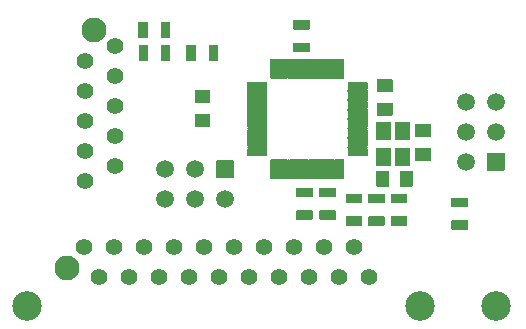
<source format=gbs>
G04 #@! TF.GenerationSoftware,KiCad,Pcbnew,(5.1.10-1-10_14)*
G04 #@! TF.CreationDate,2021-10-01T00:48:21-04:00*
G04 #@! TF.ProjectId,dashboard,64617368-626f-4617-9264-2e6b69636164,rev?*
G04 #@! TF.SameCoordinates,Original*
G04 #@! TF.FileFunction,Soldermask,Bot*
G04 #@! TF.FilePolarity,Negative*
%FSLAX46Y46*%
G04 Gerber Fmt 4.6, Leading zero omitted, Abs format (unit mm)*
G04 Created by KiCad (PCBNEW (5.1.10-1-10_14)) date 2021-10-01 00:48:21*
%MOMM*%
%LPD*%
G01*
G04 APERTURE LIST*
%ADD10C,1.402000*%
%ADD11C,2.102000*%
%ADD12C,1.502000*%
%ADD13C,2.502000*%
%ADD14C,0.100000*%
G04 APERTURE END LIST*
D10*
X50007520Y-47264320D03*
X50007520Y-44724320D03*
X50007520Y-42184320D03*
X50007520Y-49804320D03*
X47467520Y-43454320D03*
X47467520Y-45994320D03*
X47467520Y-48534320D03*
X47467520Y-51074320D03*
X50007520Y-52344320D03*
X47467520Y-53614320D03*
D11*
X48207520Y-40784320D03*
G36*
G01*
X71372140Y-45296760D02*
X71372140Y-45846760D01*
G75*
G02*
X71321140Y-45897760I-51000J0D01*
G01*
X69721140Y-45897760D01*
G75*
G02*
X69670140Y-45846760I0J51000D01*
G01*
X69670140Y-45296760D01*
G75*
G02*
X69721140Y-45245760I51000J0D01*
G01*
X71321140Y-45245760D01*
G75*
G02*
X71372140Y-45296760I0J-51000D01*
G01*
G37*
G36*
G01*
X71372140Y-46096760D02*
X71372140Y-46646760D01*
G75*
G02*
X71321140Y-46697760I-51000J0D01*
G01*
X69721140Y-46697760D01*
G75*
G02*
X69670140Y-46646760I0J51000D01*
G01*
X69670140Y-46096760D01*
G75*
G02*
X69721140Y-46045760I51000J0D01*
G01*
X71321140Y-46045760D01*
G75*
G02*
X71372140Y-46096760I0J-51000D01*
G01*
G37*
G36*
G01*
X71372140Y-46896760D02*
X71372140Y-47446760D01*
G75*
G02*
X71321140Y-47497760I-51000J0D01*
G01*
X69721140Y-47497760D01*
G75*
G02*
X69670140Y-47446760I0J51000D01*
G01*
X69670140Y-46896760D01*
G75*
G02*
X69721140Y-46845760I51000J0D01*
G01*
X71321140Y-46845760D01*
G75*
G02*
X71372140Y-46896760I0J-51000D01*
G01*
G37*
G36*
G01*
X71372140Y-47696760D02*
X71372140Y-48246760D01*
G75*
G02*
X71321140Y-48297760I-51000J0D01*
G01*
X69721140Y-48297760D01*
G75*
G02*
X69670140Y-48246760I0J51000D01*
G01*
X69670140Y-47696760D01*
G75*
G02*
X69721140Y-47645760I51000J0D01*
G01*
X71321140Y-47645760D01*
G75*
G02*
X71372140Y-47696760I0J-51000D01*
G01*
G37*
G36*
G01*
X71372140Y-48496760D02*
X71372140Y-49046760D01*
G75*
G02*
X71321140Y-49097760I-51000J0D01*
G01*
X69721140Y-49097760D01*
G75*
G02*
X69670140Y-49046760I0J51000D01*
G01*
X69670140Y-48496760D01*
G75*
G02*
X69721140Y-48445760I51000J0D01*
G01*
X71321140Y-48445760D01*
G75*
G02*
X71372140Y-48496760I0J-51000D01*
G01*
G37*
G36*
G01*
X71372140Y-49296760D02*
X71372140Y-49846760D01*
G75*
G02*
X71321140Y-49897760I-51000J0D01*
G01*
X69721140Y-49897760D01*
G75*
G02*
X69670140Y-49846760I0J51000D01*
G01*
X69670140Y-49296760D01*
G75*
G02*
X69721140Y-49245760I51000J0D01*
G01*
X71321140Y-49245760D01*
G75*
G02*
X71372140Y-49296760I0J-51000D01*
G01*
G37*
G36*
G01*
X71372140Y-50096760D02*
X71372140Y-50646760D01*
G75*
G02*
X71321140Y-50697760I-51000J0D01*
G01*
X69721140Y-50697760D01*
G75*
G02*
X69670140Y-50646760I0J51000D01*
G01*
X69670140Y-50096760D01*
G75*
G02*
X69721140Y-50045760I51000J0D01*
G01*
X71321140Y-50045760D01*
G75*
G02*
X71372140Y-50096760I0J-51000D01*
G01*
G37*
G36*
G01*
X71372140Y-50896760D02*
X71372140Y-51446760D01*
G75*
G02*
X71321140Y-51497760I-51000J0D01*
G01*
X69721140Y-51497760D01*
G75*
G02*
X69670140Y-51446760I0J51000D01*
G01*
X69670140Y-50896760D01*
G75*
G02*
X69721140Y-50845760I51000J0D01*
G01*
X71321140Y-50845760D01*
G75*
G02*
X71372140Y-50896760I0J-51000D01*
G01*
G37*
G36*
G01*
X69346140Y-53472760D02*
X68796140Y-53472760D01*
G75*
G02*
X68745140Y-53421760I0J51000D01*
G01*
X68745140Y-51821760D01*
G75*
G02*
X68796140Y-51770760I51000J0D01*
G01*
X69346140Y-51770760D01*
G75*
G02*
X69397140Y-51821760I0J-51000D01*
G01*
X69397140Y-53421760D01*
G75*
G02*
X69346140Y-53472760I-51000J0D01*
G01*
G37*
G36*
G01*
X68546140Y-53472760D02*
X67996140Y-53472760D01*
G75*
G02*
X67945140Y-53421760I0J51000D01*
G01*
X67945140Y-51821760D01*
G75*
G02*
X67996140Y-51770760I51000J0D01*
G01*
X68546140Y-51770760D01*
G75*
G02*
X68597140Y-51821760I0J-51000D01*
G01*
X68597140Y-53421760D01*
G75*
G02*
X68546140Y-53472760I-51000J0D01*
G01*
G37*
G36*
G01*
X67746140Y-53472760D02*
X67196140Y-53472760D01*
G75*
G02*
X67145140Y-53421760I0J51000D01*
G01*
X67145140Y-51821760D01*
G75*
G02*
X67196140Y-51770760I51000J0D01*
G01*
X67746140Y-51770760D01*
G75*
G02*
X67797140Y-51821760I0J-51000D01*
G01*
X67797140Y-53421760D01*
G75*
G02*
X67746140Y-53472760I-51000J0D01*
G01*
G37*
G36*
G01*
X66946140Y-53472760D02*
X66396140Y-53472760D01*
G75*
G02*
X66345140Y-53421760I0J51000D01*
G01*
X66345140Y-51821760D01*
G75*
G02*
X66396140Y-51770760I51000J0D01*
G01*
X66946140Y-51770760D01*
G75*
G02*
X66997140Y-51821760I0J-51000D01*
G01*
X66997140Y-53421760D01*
G75*
G02*
X66946140Y-53472760I-51000J0D01*
G01*
G37*
G36*
G01*
X66146140Y-53472760D02*
X65596140Y-53472760D01*
G75*
G02*
X65545140Y-53421760I0J51000D01*
G01*
X65545140Y-51821760D01*
G75*
G02*
X65596140Y-51770760I51000J0D01*
G01*
X66146140Y-51770760D01*
G75*
G02*
X66197140Y-51821760I0J-51000D01*
G01*
X66197140Y-53421760D01*
G75*
G02*
X66146140Y-53472760I-51000J0D01*
G01*
G37*
G36*
G01*
X65346140Y-53472760D02*
X64796140Y-53472760D01*
G75*
G02*
X64745140Y-53421760I0J51000D01*
G01*
X64745140Y-51821760D01*
G75*
G02*
X64796140Y-51770760I51000J0D01*
G01*
X65346140Y-51770760D01*
G75*
G02*
X65397140Y-51821760I0J-51000D01*
G01*
X65397140Y-53421760D01*
G75*
G02*
X65346140Y-53472760I-51000J0D01*
G01*
G37*
G36*
G01*
X64546140Y-53472760D02*
X63996140Y-53472760D01*
G75*
G02*
X63945140Y-53421760I0J51000D01*
G01*
X63945140Y-51821760D01*
G75*
G02*
X63996140Y-51770760I51000J0D01*
G01*
X64546140Y-51770760D01*
G75*
G02*
X64597140Y-51821760I0J-51000D01*
G01*
X64597140Y-53421760D01*
G75*
G02*
X64546140Y-53472760I-51000J0D01*
G01*
G37*
G36*
G01*
X63746140Y-53472760D02*
X63196140Y-53472760D01*
G75*
G02*
X63145140Y-53421760I0J51000D01*
G01*
X63145140Y-51821760D01*
G75*
G02*
X63196140Y-51770760I51000J0D01*
G01*
X63746140Y-51770760D01*
G75*
G02*
X63797140Y-51821760I0J-51000D01*
G01*
X63797140Y-53421760D01*
G75*
G02*
X63746140Y-53472760I-51000J0D01*
G01*
G37*
G36*
G01*
X62872140Y-50896760D02*
X62872140Y-51446760D01*
G75*
G02*
X62821140Y-51497760I-51000J0D01*
G01*
X61221140Y-51497760D01*
G75*
G02*
X61170140Y-51446760I0J51000D01*
G01*
X61170140Y-50896760D01*
G75*
G02*
X61221140Y-50845760I51000J0D01*
G01*
X62821140Y-50845760D01*
G75*
G02*
X62872140Y-50896760I0J-51000D01*
G01*
G37*
G36*
G01*
X62872140Y-50096760D02*
X62872140Y-50646760D01*
G75*
G02*
X62821140Y-50697760I-51000J0D01*
G01*
X61221140Y-50697760D01*
G75*
G02*
X61170140Y-50646760I0J51000D01*
G01*
X61170140Y-50096760D01*
G75*
G02*
X61221140Y-50045760I51000J0D01*
G01*
X62821140Y-50045760D01*
G75*
G02*
X62872140Y-50096760I0J-51000D01*
G01*
G37*
G36*
G01*
X62872140Y-49296760D02*
X62872140Y-49846760D01*
G75*
G02*
X62821140Y-49897760I-51000J0D01*
G01*
X61221140Y-49897760D01*
G75*
G02*
X61170140Y-49846760I0J51000D01*
G01*
X61170140Y-49296760D01*
G75*
G02*
X61221140Y-49245760I51000J0D01*
G01*
X62821140Y-49245760D01*
G75*
G02*
X62872140Y-49296760I0J-51000D01*
G01*
G37*
G36*
G01*
X62872140Y-48496760D02*
X62872140Y-49046760D01*
G75*
G02*
X62821140Y-49097760I-51000J0D01*
G01*
X61221140Y-49097760D01*
G75*
G02*
X61170140Y-49046760I0J51000D01*
G01*
X61170140Y-48496760D01*
G75*
G02*
X61221140Y-48445760I51000J0D01*
G01*
X62821140Y-48445760D01*
G75*
G02*
X62872140Y-48496760I0J-51000D01*
G01*
G37*
G36*
G01*
X62872140Y-47696760D02*
X62872140Y-48246760D01*
G75*
G02*
X62821140Y-48297760I-51000J0D01*
G01*
X61221140Y-48297760D01*
G75*
G02*
X61170140Y-48246760I0J51000D01*
G01*
X61170140Y-47696760D01*
G75*
G02*
X61221140Y-47645760I51000J0D01*
G01*
X62821140Y-47645760D01*
G75*
G02*
X62872140Y-47696760I0J-51000D01*
G01*
G37*
G36*
G01*
X62872140Y-46896760D02*
X62872140Y-47446760D01*
G75*
G02*
X62821140Y-47497760I-51000J0D01*
G01*
X61221140Y-47497760D01*
G75*
G02*
X61170140Y-47446760I0J51000D01*
G01*
X61170140Y-46896760D01*
G75*
G02*
X61221140Y-46845760I51000J0D01*
G01*
X62821140Y-46845760D01*
G75*
G02*
X62872140Y-46896760I0J-51000D01*
G01*
G37*
G36*
G01*
X62872140Y-46096760D02*
X62872140Y-46646760D01*
G75*
G02*
X62821140Y-46697760I-51000J0D01*
G01*
X61221140Y-46697760D01*
G75*
G02*
X61170140Y-46646760I0J51000D01*
G01*
X61170140Y-46096760D01*
G75*
G02*
X61221140Y-46045760I51000J0D01*
G01*
X62821140Y-46045760D01*
G75*
G02*
X62872140Y-46096760I0J-51000D01*
G01*
G37*
G36*
G01*
X62872140Y-45296760D02*
X62872140Y-45846760D01*
G75*
G02*
X62821140Y-45897760I-51000J0D01*
G01*
X61221140Y-45897760D01*
G75*
G02*
X61170140Y-45846760I0J51000D01*
G01*
X61170140Y-45296760D01*
G75*
G02*
X61221140Y-45245760I51000J0D01*
G01*
X62821140Y-45245760D01*
G75*
G02*
X62872140Y-45296760I0J-51000D01*
G01*
G37*
G36*
G01*
X63746140Y-44972760D02*
X63196140Y-44972760D01*
G75*
G02*
X63145140Y-44921760I0J51000D01*
G01*
X63145140Y-43321760D01*
G75*
G02*
X63196140Y-43270760I51000J0D01*
G01*
X63746140Y-43270760D01*
G75*
G02*
X63797140Y-43321760I0J-51000D01*
G01*
X63797140Y-44921760D01*
G75*
G02*
X63746140Y-44972760I-51000J0D01*
G01*
G37*
G36*
G01*
X64546140Y-44972760D02*
X63996140Y-44972760D01*
G75*
G02*
X63945140Y-44921760I0J51000D01*
G01*
X63945140Y-43321760D01*
G75*
G02*
X63996140Y-43270760I51000J0D01*
G01*
X64546140Y-43270760D01*
G75*
G02*
X64597140Y-43321760I0J-51000D01*
G01*
X64597140Y-44921760D01*
G75*
G02*
X64546140Y-44972760I-51000J0D01*
G01*
G37*
G36*
G01*
X65346140Y-44972760D02*
X64796140Y-44972760D01*
G75*
G02*
X64745140Y-44921760I0J51000D01*
G01*
X64745140Y-43321760D01*
G75*
G02*
X64796140Y-43270760I51000J0D01*
G01*
X65346140Y-43270760D01*
G75*
G02*
X65397140Y-43321760I0J-51000D01*
G01*
X65397140Y-44921760D01*
G75*
G02*
X65346140Y-44972760I-51000J0D01*
G01*
G37*
G36*
G01*
X66146140Y-44972760D02*
X65596140Y-44972760D01*
G75*
G02*
X65545140Y-44921760I0J51000D01*
G01*
X65545140Y-43321760D01*
G75*
G02*
X65596140Y-43270760I51000J0D01*
G01*
X66146140Y-43270760D01*
G75*
G02*
X66197140Y-43321760I0J-51000D01*
G01*
X66197140Y-44921760D01*
G75*
G02*
X66146140Y-44972760I-51000J0D01*
G01*
G37*
G36*
G01*
X66946140Y-44972760D02*
X66396140Y-44972760D01*
G75*
G02*
X66345140Y-44921760I0J51000D01*
G01*
X66345140Y-43321760D01*
G75*
G02*
X66396140Y-43270760I51000J0D01*
G01*
X66946140Y-43270760D01*
G75*
G02*
X66997140Y-43321760I0J-51000D01*
G01*
X66997140Y-44921760D01*
G75*
G02*
X66946140Y-44972760I-51000J0D01*
G01*
G37*
G36*
G01*
X67746140Y-44972760D02*
X67196140Y-44972760D01*
G75*
G02*
X67145140Y-44921760I0J51000D01*
G01*
X67145140Y-43321760D01*
G75*
G02*
X67196140Y-43270760I51000J0D01*
G01*
X67746140Y-43270760D01*
G75*
G02*
X67797140Y-43321760I0J-51000D01*
G01*
X67797140Y-44921760D01*
G75*
G02*
X67746140Y-44972760I-51000J0D01*
G01*
G37*
G36*
G01*
X68546140Y-44972760D02*
X67996140Y-44972760D01*
G75*
G02*
X67945140Y-44921760I0J51000D01*
G01*
X67945140Y-43321760D01*
G75*
G02*
X67996140Y-43270760I51000J0D01*
G01*
X68546140Y-43270760D01*
G75*
G02*
X68597140Y-43321760I0J-51000D01*
G01*
X68597140Y-44921760D01*
G75*
G02*
X68546140Y-44972760I-51000J0D01*
G01*
G37*
G36*
G01*
X69346140Y-44972760D02*
X68796140Y-44972760D01*
G75*
G02*
X68745140Y-44921760I0J51000D01*
G01*
X68745140Y-43321760D01*
G75*
G02*
X68796140Y-43270760I51000J0D01*
G01*
X69346140Y-43270760D01*
G75*
G02*
X69397140Y-43321760I0J-51000D01*
G01*
X69397140Y-44921760D01*
G75*
G02*
X69346140Y-44972760I-51000J0D01*
G01*
G37*
G36*
G01*
X65125839Y-39984960D02*
X66425841Y-39984960D01*
G75*
G02*
X66476840Y-40035959I0J-50999D01*
G01*
X66476840Y-40735961D01*
G75*
G02*
X66425841Y-40786960I-50999J0D01*
G01*
X65125839Y-40786960D01*
G75*
G02*
X65074840Y-40735961I0J50999D01*
G01*
X65074840Y-40035959D01*
G75*
G02*
X65125839Y-39984960I50999J0D01*
G01*
G37*
G36*
G01*
X65125839Y-41884960D02*
X66425841Y-41884960D01*
G75*
G02*
X66476840Y-41935959I0J-50999D01*
G01*
X66476840Y-42635961D01*
G75*
G02*
X66425841Y-42686960I-50999J0D01*
G01*
X65125839Y-42686960D01*
G75*
G02*
X65074840Y-42635961I0J50999D01*
G01*
X65074840Y-41935959D01*
G75*
G02*
X65125839Y-41884960I50999J0D01*
G01*
G37*
D12*
X79687420Y-46906180D03*
X82227420Y-46906180D03*
X79687420Y-49446180D03*
X82227420Y-49446180D03*
X79687420Y-51986180D03*
G36*
G01*
X82978420Y-51286180D02*
X82978420Y-52686180D01*
G75*
G02*
X82927420Y-52737180I-51000J0D01*
G01*
X81527420Y-52737180D01*
G75*
G02*
X81476420Y-52686180I0J51000D01*
G01*
X81476420Y-51286180D01*
G75*
G02*
X81527420Y-51235180I51000J0D01*
G01*
X82927420Y-51235180D01*
G75*
G02*
X82978420Y-51286180I0J-51000D01*
G01*
G37*
D10*
X52400200Y-59199780D03*
X49860200Y-59199780D03*
X47320200Y-59199780D03*
X54940200Y-59199780D03*
X48590200Y-61739780D03*
X51130200Y-61739780D03*
X53670200Y-61739780D03*
X56210200Y-61739780D03*
X57480200Y-59199780D03*
X58750200Y-61739780D03*
X60020200Y-59199780D03*
X61290200Y-61739780D03*
X62560200Y-59199780D03*
X63830200Y-61739780D03*
X65100200Y-59199780D03*
X66370200Y-61739780D03*
X67640200Y-59199780D03*
X68910200Y-61739780D03*
X70180200Y-59199780D03*
X71450200Y-61739780D03*
D11*
X45920200Y-60999780D03*
G36*
G01*
X56768840Y-45906360D02*
X58018840Y-45906360D01*
G75*
G02*
X58069840Y-45957360I0J-51000D01*
G01*
X58069840Y-46957360D01*
G75*
G02*
X58018840Y-47008360I-51000J0D01*
G01*
X56768840Y-47008360D01*
G75*
G02*
X56717840Y-46957360I0J51000D01*
G01*
X56717840Y-45957360D01*
G75*
G02*
X56768840Y-45906360I51000J0D01*
G01*
G37*
G36*
G01*
X56768840Y-47906360D02*
X58018840Y-47906360D01*
G75*
G02*
X58069840Y-47957360I0J-51000D01*
G01*
X58069840Y-48957360D01*
G75*
G02*
X58018840Y-49008360I-51000J0D01*
G01*
X56768840Y-49008360D01*
G75*
G02*
X56717840Y-48957360I0J51000D01*
G01*
X56717840Y-47957360D01*
G75*
G02*
X56768840Y-47906360I51000J0D01*
G01*
G37*
G36*
G01*
X72763141Y-55506260D02*
X71463139Y-55506260D01*
G75*
G02*
X71412140Y-55455261I0J50999D01*
G01*
X71412140Y-54755259D01*
G75*
G02*
X71463139Y-54704260I50999J0D01*
G01*
X72763141Y-54704260D01*
G75*
G02*
X72814140Y-54755259I0J-50999D01*
G01*
X72814140Y-55455261D01*
G75*
G02*
X72763141Y-55506260I-50999J0D01*
G01*
G37*
G36*
G01*
X72763141Y-57406260D02*
X71463139Y-57406260D01*
G75*
G02*
X71412140Y-57355261I0J50999D01*
G01*
X71412140Y-56655259D01*
G75*
G02*
X71463139Y-56604260I50999J0D01*
G01*
X72763141Y-56604260D01*
G75*
G02*
X72814140Y-56655259I0J-50999D01*
G01*
X72814140Y-57355261D01*
G75*
G02*
X72763141Y-57406260I-50999J0D01*
G01*
G37*
G36*
G01*
X78524339Y-55034460D02*
X79824341Y-55034460D01*
G75*
G02*
X79875340Y-55085459I0J-50999D01*
G01*
X79875340Y-55785461D01*
G75*
G02*
X79824341Y-55836460I-50999J0D01*
G01*
X78524339Y-55836460D01*
G75*
G02*
X78473340Y-55785461I0J50999D01*
G01*
X78473340Y-55085459D01*
G75*
G02*
X78524339Y-55034460I50999J0D01*
G01*
G37*
G36*
G01*
X78524339Y-56934460D02*
X79824341Y-56934460D01*
G75*
G02*
X79875340Y-56985459I0J-50999D01*
G01*
X79875340Y-57685461D01*
G75*
G02*
X79824341Y-57736460I-50999J0D01*
G01*
X78524339Y-57736460D01*
G75*
G02*
X78473340Y-57685461I0J50999D01*
G01*
X78473340Y-56985459D01*
G75*
G02*
X78524339Y-56934460I50999J0D01*
G01*
G37*
G36*
G01*
X51978840Y-43433761D02*
X51978840Y-42133759D01*
G75*
G02*
X52029839Y-42082760I50999J0D01*
G01*
X52729841Y-42082760D01*
G75*
G02*
X52780840Y-42133759I0J-50999D01*
G01*
X52780840Y-43433761D01*
G75*
G02*
X52729841Y-43484760I-50999J0D01*
G01*
X52029839Y-43484760D01*
G75*
G02*
X51978840Y-43433761I0J50999D01*
G01*
G37*
G36*
G01*
X53878840Y-43433761D02*
X53878840Y-42133759D01*
G75*
G02*
X53929839Y-42082760I50999J0D01*
G01*
X54629841Y-42082760D01*
G75*
G02*
X54680840Y-42133759I0J-50999D01*
G01*
X54680840Y-43433761D01*
G75*
G02*
X54629841Y-43484760I-50999J0D01*
G01*
X53929839Y-43484760D01*
G75*
G02*
X53878840Y-43433761I0J50999D01*
G01*
G37*
G36*
G01*
X73449340Y-46093960D02*
X72199340Y-46093960D01*
G75*
G02*
X72148340Y-46042960I0J51000D01*
G01*
X72148340Y-45042960D01*
G75*
G02*
X72199340Y-44991960I51000J0D01*
G01*
X73449340Y-44991960D01*
G75*
G02*
X73500340Y-45042960I0J-51000D01*
G01*
X73500340Y-46042960D01*
G75*
G02*
X73449340Y-46093960I-51000J0D01*
G01*
G37*
G36*
G01*
X73449340Y-48093960D02*
X72199340Y-48093960D01*
G75*
G02*
X72148340Y-48042960I0J51000D01*
G01*
X72148340Y-47042960D01*
G75*
G02*
X72199340Y-46991960I51000J0D01*
G01*
X73449340Y-46991960D01*
G75*
G02*
X73500340Y-47042960I0J-51000D01*
G01*
X73500340Y-48042960D01*
G75*
G02*
X73449340Y-48093960I-51000J0D01*
G01*
G37*
G36*
G01*
X75450540Y-50801960D02*
X76700540Y-50801960D01*
G75*
G02*
X76751540Y-50852960I0J-51000D01*
G01*
X76751540Y-51852960D01*
G75*
G02*
X76700540Y-51903960I-51000J0D01*
G01*
X75450540Y-51903960D01*
G75*
G02*
X75399540Y-51852960I0J51000D01*
G01*
X75399540Y-50852960D01*
G75*
G02*
X75450540Y-50801960I51000J0D01*
G01*
G37*
G36*
G01*
X75450540Y-48801960D02*
X76700540Y-48801960D01*
G75*
G02*
X76751540Y-48852960I0J-51000D01*
G01*
X76751540Y-49852960D01*
G75*
G02*
X76700540Y-49903960I-51000J0D01*
G01*
X75450540Y-49903960D01*
G75*
G02*
X75399540Y-49852960I0J51000D01*
G01*
X75399540Y-48852960D01*
G75*
G02*
X75450540Y-48801960I51000J0D01*
G01*
G37*
G36*
G01*
X72098840Y-54025960D02*
X72098840Y-52775960D01*
G75*
G02*
X72149840Y-52724960I51000J0D01*
G01*
X73149840Y-52724960D01*
G75*
G02*
X73200840Y-52775960I0J-51000D01*
G01*
X73200840Y-54025960D01*
G75*
G02*
X73149840Y-54076960I-51000J0D01*
G01*
X72149840Y-54076960D01*
G75*
G02*
X72098840Y-54025960I0J51000D01*
G01*
G37*
G36*
G01*
X74098840Y-54025960D02*
X74098840Y-52775960D01*
G75*
G02*
X74149840Y-52724960I51000J0D01*
G01*
X75149840Y-52724960D01*
G75*
G02*
X75200840Y-52775960I0J-51000D01*
G01*
X75200840Y-54025960D01*
G75*
G02*
X75149840Y-54076960I-51000J0D01*
G01*
X74149840Y-54076960D01*
G75*
G02*
X74098840Y-54025960I0J51000D01*
G01*
G37*
G36*
G01*
X58611540Y-51875260D02*
X60011540Y-51875260D01*
G75*
G02*
X60062540Y-51926260I0J-51000D01*
G01*
X60062540Y-53326260D01*
G75*
G02*
X60011540Y-53377260I-51000J0D01*
G01*
X58611540Y-53377260D01*
G75*
G02*
X58560540Y-53326260I0J51000D01*
G01*
X58560540Y-51926260D01*
G75*
G02*
X58611540Y-51875260I51000J0D01*
G01*
G37*
D12*
X59311540Y-55166260D03*
X56771540Y-52626260D03*
X56771540Y-55166260D03*
X54231540Y-52626260D03*
X54231540Y-55166260D03*
G36*
G01*
X53840740Y-41465261D02*
X53840740Y-40165259D01*
G75*
G02*
X53891739Y-40114260I50999J0D01*
G01*
X54591741Y-40114260D01*
G75*
G02*
X54642740Y-40165259I0J-50999D01*
G01*
X54642740Y-41465261D01*
G75*
G02*
X54591741Y-41516260I-50999J0D01*
G01*
X53891739Y-41516260D01*
G75*
G02*
X53840740Y-41465261I0J50999D01*
G01*
G37*
G36*
G01*
X51940740Y-41465261D02*
X51940740Y-40165259D01*
G75*
G02*
X51991739Y-40114260I50999J0D01*
G01*
X52691741Y-40114260D01*
G75*
G02*
X52742740Y-40165259I0J-50999D01*
G01*
X52742740Y-41465261D01*
G75*
G02*
X52691741Y-41516260I-50999J0D01*
G01*
X51991739Y-41516260D01*
G75*
G02*
X51940740Y-41465261I0J50999D01*
G01*
G37*
G36*
G01*
X58732140Y-42133759D02*
X58732140Y-43433761D01*
G75*
G02*
X58681141Y-43484760I-50999J0D01*
G01*
X57981139Y-43484760D01*
G75*
G02*
X57930140Y-43433761I0J50999D01*
G01*
X57930140Y-42133759D01*
G75*
G02*
X57981139Y-42082760I50999J0D01*
G01*
X58681141Y-42082760D01*
G75*
G02*
X58732140Y-42133759I0J-50999D01*
G01*
G37*
G36*
G01*
X56832140Y-42133759D02*
X56832140Y-43433761D01*
G75*
G02*
X56781141Y-43484760I-50999J0D01*
G01*
X56081139Y-43484760D01*
G75*
G02*
X56030140Y-43433761I0J50999D01*
G01*
X56030140Y-42133759D01*
G75*
G02*
X56081139Y-42082760I50999J0D01*
G01*
X56781141Y-42082760D01*
G75*
G02*
X56832140Y-42133759I0J-50999D01*
G01*
G37*
G36*
G01*
X74668141Y-55506260D02*
X73368139Y-55506260D01*
G75*
G02*
X73317140Y-55455261I0J50999D01*
G01*
X73317140Y-54755259D01*
G75*
G02*
X73368139Y-54704260I50999J0D01*
G01*
X74668141Y-54704260D01*
G75*
G02*
X74719140Y-54755259I0J-50999D01*
G01*
X74719140Y-55455261D01*
G75*
G02*
X74668141Y-55506260I-50999J0D01*
G01*
G37*
G36*
G01*
X74668141Y-57406260D02*
X73368139Y-57406260D01*
G75*
G02*
X73317140Y-57355261I0J50999D01*
G01*
X73317140Y-56655259D01*
G75*
G02*
X73368139Y-56604260I50999J0D01*
G01*
X74668141Y-56604260D01*
G75*
G02*
X74719140Y-56655259I0J-50999D01*
G01*
X74719140Y-57355261D01*
G75*
G02*
X74668141Y-57406260I-50999J0D01*
G01*
G37*
G36*
G01*
X70858141Y-55506260D02*
X69558139Y-55506260D01*
G75*
G02*
X69507140Y-55455261I0J50999D01*
G01*
X69507140Y-54755259D01*
G75*
G02*
X69558139Y-54704260I50999J0D01*
G01*
X70858141Y-54704260D01*
G75*
G02*
X70909140Y-54755259I0J-50999D01*
G01*
X70909140Y-55455261D01*
G75*
G02*
X70858141Y-55506260I-50999J0D01*
G01*
G37*
G36*
G01*
X70858141Y-57406260D02*
X69558139Y-57406260D01*
G75*
G02*
X69507140Y-57355261I0J50999D01*
G01*
X69507140Y-56655259D01*
G75*
G02*
X69558139Y-56604260I50999J0D01*
G01*
X70858141Y-56604260D01*
G75*
G02*
X70909140Y-56655259I0J-50999D01*
G01*
X70909140Y-57355261D01*
G75*
G02*
X70858141Y-57406260I-50999J0D01*
G01*
G37*
G36*
G01*
X66667141Y-54998260D02*
X65367139Y-54998260D01*
G75*
G02*
X65316140Y-54947261I0J50999D01*
G01*
X65316140Y-54247259D01*
G75*
G02*
X65367139Y-54196260I50999J0D01*
G01*
X66667141Y-54196260D01*
G75*
G02*
X66718140Y-54247259I0J-50999D01*
G01*
X66718140Y-54947261D01*
G75*
G02*
X66667141Y-54998260I-50999J0D01*
G01*
G37*
G36*
G01*
X66667141Y-56898260D02*
X65367139Y-56898260D01*
G75*
G02*
X65316140Y-56847261I0J50999D01*
G01*
X65316140Y-56147259D01*
G75*
G02*
X65367139Y-56096260I50999J0D01*
G01*
X66667141Y-56096260D01*
G75*
G02*
X66718140Y-56147259I0J-50999D01*
G01*
X66718140Y-56847261D01*
G75*
G02*
X66667141Y-56898260I-50999J0D01*
G01*
G37*
G36*
G01*
X68635641Y-56898260D02*
X67335639Y-56898260D01*
G75*
G02*
X67284640Y-56847261I0J50999D01*
G01*
X67284640Y-56147259D01*
G75*
G02*
X67335639Y-56096260I50999J0D01*
G01*
X68635641Y-56096260D01*
G75*
G02*
X68686640Y-56147259I0J-50999D01*
G01*
X68686640Y-56847261D01*
G75*
G02*
X68635641Y-56898260I-50999J0D01*
G01*
G37*
G36*
G01*
X68635641Y-54998260D02*
X67335639Y-54998260D01*
G75*
G02*
X67284640Y-54947261I0J50999D01*
G01*
X67284640Y-54247259D01*
G75*
G02*
X67335639Y-54196260I50999J0D01*
G01*
X68635641Y-54196260D01*
G75*
G02*
X68686640Y-54247259I0J-50999D01*
G01*
X68686640Y-54947261D01*
G75*
G02*
X68635641Y-54998260I-50999J0D01*
G01*
G37*
G36*
G01*
X73722839Y-48616260D02*
X74922841Y-48616260D01*
G75*
G02*
X74973840Y-48667259I0J-50999D01*
G01*
X74973840Y-50067261D01*
G75*
G02*
X74922841Y-50118260I-50999J0D01*
G01*
X73722839Y-50118260D01*
G75*
G02*
X73671840Y-50067261I0J50999D01*
G01*
X73671840Y-48667259D01*
G75*
G02*
X73722839Y-48616260I50999J0D01*
G01*
G37*
G36*
G01*
X73722839Y-50816260D02*
X74922841Y-50816260D01*
G75*
G02*
X74973840Y-50867259I0J-50999D01*
G01*
X74973840Y-52267261D01*
G75*
G02*
X74922841Y-52318260I-50999J0D01*
G01*
X73722839Y-52318260D01*
G75*
G02*
X73671840Y-52267261I0J50999D01*
G01*
X73671840Y-50867259D01*
G75*
G02*
X73722839Y-50816260I50999J0D01*
G01*
G37*
G36*
G01*
X72122839Y-50816260D02*
X73322841Y-50816260D01*
G75*
G02*
X73373840Y-50867259I0J-50999D01*
G01*
X73373840Y-52267261D01*
G75*
G02*
X73322841Y-52318260I-50999J0D01*
G01*
X72122839Y-52318260D01*
G75*
G02*
X72071840Y-52267261I0J50999D01*
G01*
X72071840Y-50867259D01*
G75*
G02*
X72122839Y-50816260I50999J0D01*
G01*
G37*
G36*
G01*
X72122839Y-48616260D02*
X73322841Y-48616260D01*
G75*
G02*
X73373840Y-48667259I0J-50999D01*
G01*
X73373840Y-50067261D01*
G75*
G02*
X73322841Y-50118260I-50999J0D01*
G01*
X72122839Y-50118260D01*
G75*
G02*
X72071840Y-50067261I0J50999D01*
G01*
X72071840Y-48667259D01*
G75*
G02*
X72122839Y-48616260I50999J0D01*
G01*
G37*
D13*
X42560240Y-64170560D03*
X75839320Y-64226440D03*
X82222340Y-64195960D03*
D14*
G36*
X68746872Y-51769760D02*
G01*
X68747140Y-51770760D01*
X68747140Y-53472760D01*
X68746140Y-53474492D01*
X68745140Y-53474760D01*
X68597140Y-53474760D01*
X68595408Y-53473760D01*
X68595140Y-53472760D01*
X68595140Y-51770760D01*
X68596140Y-51769028D01*
X68597140Y-51768760D01*
X68745140Y-51768760D01*
X68746872Y-51769760D01*
G37*
G36*
X67946872Y-51769760D02*
G01*
X67947140Y-51770760D01*
X67947140Y-53472760D01*
X67946140Y-53474492D01*
X67945140Y-53474760D01*
X67797140Y-53474760D01*
X67795408Y-53473760D01*
X67795140Y-53472760D01*
X67795140Y-51770760D01*
X67796140Y-51769028D01*
X67797140Y-51768760D01*
X67945140Y-51768760D01*
X67946872Y-51769760D01*
G37*
G36*
X67146872Y-51769760D02*
G01*
X67147140Y-51770760D01*
X67147140Y-53472760D01*
X67146140Y-53474492D01*
X67145140Y-53474760D01*
X66997140Y-53474760D01*
X66995408Y-53473760D01*
X66995140Y-53472760D01*
X66995140Y-51770760D01*
X66996140Y-51769028D01*
X66997140Y-51768760D01*
X67145140Y-51768760D01*
X67146872Y-51769760D01*
G37*
G36*
X66346872Y-51769760D02*
G01*
X66347140Y-51770760D01*
X66347140Y-53472760D01*
X66346140Y-53474492D01*
X66345140Y-53474760D01*
X66197140Y-53474760D01*
X66195408Y-53473760D01*
X66195140Y-53472760D01*
X66195140Y-51770760D01*
X66196140Y-51769028D01*
X66197140Y-51768760D01*
X66345140Y-51768760D01*
X66346872Y-51769760D01*
G37*
G36*
X65546872Y-51769760D02*
G01*
X65547140Y-51770760D01*
X65547140Y-53472760D01*
X65546140Y-53474492D01*
X65545140Y-53474760D01*
X65397140Y-53474760D01*
X65395408Y-53473760D01*
X65395140Y-53472760D01*
X65395140Y-51770760D01*
X65396140Y-51769028D01*
X65397140Y-51768760D01*
X65545140Y-51768760D01*
X65546872Y-51769760D01*
G37*
G36*
X64746872Y-51769760D02*
G01*
X64747140Y-51770760D01*
X64747140Y-53472760D01*
X64746140Y-53474492D01*
X64745140Y-53474760D01*
X64597140Y-53474760D01*
X64595408Y-53473760D01*
X64595140Y-53472760D01*
X64595140Y-51770760D01*
X64596140Y-51769028D01*
X64597140Y-51768760D01*
X64745140Y-51768760D01*
X64746872Y-51769760D01*
G37*
G36*
X63946872Y-51769760D02*
G01*
X63947140Y-51770760D01*
X63947140Y-53472760D01*
X63946140Y-53474492D01*
X63945140Y-53474760D01*
X63797140Y-53474760D01*
X63795408Y-53473760D01*
X63795140Y-53472760D01*
X63795140Y-51770760D01*
X63796140Y-51769028D01*
X63797140Y-51768760D01*
X63945140Y-51768760D01*
X63946872Y-51769760D01*
G37*
G36*
X71373872Y-50696760D02*
G01*
X71374140Y-50697760D01*
X71374140Y-50845760D01*
X71373140Y-50847492D01*
X71372140Y-50847760D01*
X69670140Y-50847760D01*
X69668408Y-50846760D01*
X69668140Y-50845760D01*
X69668140Y-50697760D01*
X69669140Y-50696028D01*
X69670140Y-50695760D01*
X71372140Y-50695760D01*
X71373872Y-50696760D01*
G37*
G36*
X62873872Y-50696760D02*
G01*
X62874140Y-50697760D01*
X62874140Y-50845760D01*
X62873140Y-50847492D01*
X62872140Y-50847760D01*
X61170140Y-50847760D01*
X61168408Y-50846760D01*
X61168140Y-50845760D01*
X61168140Y-50697760D01*
X61169140Y-50696028D01*
X61170140Y-50695760D01*
X62872140Y-50695760D01*
X62873872Y-50696760D01*
G37*
G36*
X71373872Y-49896760D02*
G01*
X71374140Y-49897760D01*
X71374140Y-50045760D01*
X71373140Y-50047492D01*
X71372140Y-50047760D01*
X69670140Y-50047760D01*
X69668408Y-50046760D01*
X69668140Y-50045760D01*
X69668140Y-49897760D01*
X69669140Y-49896028D01*
X69670140Y-49895760D01*
X71372140Y-49895760D01*
X71373872Y-49896760D01*
G37*
G36*
X62873872Y-49896760D02*
G01*
X62874140Y-49897760D01*
X62874140Y-50045760D01*
X62873140Y-50047492D01*
X62872140Y-50047760D01*
X61170140Y-50047760D01*
X61168408Y-50046760D01*
X61168140Y-50045760D01*
X61168140Y-49897760D01*
X61169140Y-49896028D01*
X61170140Y-49895760D01*
X62872140Y-49895760D01*
X62873872Y-49896760D01*
G37*
G36*
X71373872Y-49096760D02*
G01*
X71374140Y-49097760D01*
X71374140Y-49245760D01*
X71373140Y-49247492D01*
X71372140Y-49247760D01*
X69670140Y-49247760D01*
X69668408Y-49246760D01*
X69668140Y-49245760D01*
X69668140Y-49097760D01*
X69669140Y-49096028D01*
X69670140Y-49095760D01*
X71372140Y-49095760D01*
X71373872Y-49096760D01*
G37*
G36*
X62873872Y-49096760D02*
G01*
X62874140Y-49097760D01*
X62874140Y-49245760D01*
X62873140Y-49247492D01*
X62872140Y-49247760D01*
X61170140Y-49247760D01*
X61168408Y-49246760D01*
X61168140Y-49245760D01*
X61168140Y-49097760D01*
X61169140Y-49096028D01*
X61170140Y-49095760D01*
X62872140Y-49095760D01*
X62873872Y-49096760D01*
G37*
G36*
X71373872Y-48296760D02*
G01*
X71374140Y-48297760D01*
X71374140Y-48445760D01*
X71373140Y-48447492D01*
X71372140Y-48447760D01*
X69670140Y-48447760D01*
X69668408Y-48446760D01*
X69668140Y-48445760D01*
X69668140Y-48297760D01*
X69669140Y-48296028D01*
X69670140Y-48295760D01*
X71372140Y-48295760D01*
X71373872Y-48296760D01*
G37*
G36*
X62873872Y-48296760D02*
G01*
X62874140Y-48297760D01*
X62874140Y-48445760D01*
X62873140Y-48447492D01*
X62872140Y-48447760D01*
X61170140Y-48447760D01*
X61168408Y-48446760D01*
X61168140Y-48445760D01*
X61168140Y-48297760D01*
X61169140Y-48296028D01*
X61170140Y-48295760D01*
X62872140Y-48295760D01*
X62873872Y-48296760D01*
G37*
G36*
X71373872Y-47496760D02*
G01*
X71374140Y-47497760D01*
X71374140Y-47645760D01*
X71373140Y-47647492D01*
X71372140Y-47647760D01*
X69670140Y-47647760D01*
X69668408Y-47646760D01*
X69668140Y-47645760D01*
X69668140Y-47497760D01*
X69669140Y-47496028D01*
X69670140Y-47495760D01*
X71372140Y-47495760D01*
X71373872Y-47496760D01*
G37*
G36*
X62873872Y-47496760D02*
G01*
X62874140Y-47497760D01*
X62874140Y-47645760D01*
X62873140Y-47647492D01*
X62872140Y-47647760D01*
X61170140Y-47647760D01*
X61168408Y-47646760D01*
X61168140Y-47645760D01*
X61168140Y-47497760D01*
X61169140Y-47496028D01*
X61170140Y-47495760D01*
X62872140Y-47495760D01*
X62873872Y-47496760D01*
G37*
G36*
X62873872Y-46696760D02*
G01*
X62874140Y-46697760D01*
X62874140Y-46845760D01*
X62873140Y-46847492D01*
X62872140Y-46847760D01*
X61170140Y-46847760D01*
X61168408Y-46846760D01*
X61168140Y-46845760D01*
X61168140Y-46697760D01*
X61169140Y-46696028D01*
X61170140Y-46695760D01*
X62872140Y-46695760D01*
X62873872Y-46696760D01*
G37*
G36*
X71373872Y-46696760D02*
G01*
X71374140Y-46697760D01*
X71374140Y-46845760D01*
X71373140Y-46847492D01*
X71372140Y-46847760D01*
X69670140Y-46847760D01*
X69668408Y-46846760D01*
X69668140Y-46845760D01*
X69668140Y-46697760D01*
X69669140Y-46696028D01*
X69670140Y-46695760D01*
X71372140Y-46695760D01*
X71373872Y-46696760D01*
G37*
G36*
X62873872Y-45896760D02*
G01*
X62874140Y-45897760D01*
X62874140Y-46045760D01*
X62873140Y-46047492D01*
X62872140Y-46047760D01*
X61170140Y-46047760D01*
X61168408Y-46046760D01*
X61168140Y-46045760D01*
X61168140Y-45897760D01*
X61169140Y-45896028D01*
X61170140Y-45895760D01*
X62872140Y-45895760D01*
X62873872Y-45896760D01*
G37*
G36*
X71373872Y-45896760D02*
G01*
X71374140Y-45897760D01*
X71374140Y-46045760D01*
X71373140Y-46047492D01*
X71372140Y-46047760D01*
X69670140Y-46047760D01*
X69668408Y-46046760D01*
X69668140Y-46045760D01*
X69668140Y-45897760D01*
X69669140Y-45896028D01*
X69670140Y-45895760D01*
X71372140Y-45895760D01*
X71373872Y-45896760D01*
G37*
G36*
X68746872Y-43269760D02*
G01*
X68747140Y-43270760D01*
X68747140Y-44972760D01*
X68746140Y-44974492D01*
X68745140Y-44974760D01*
X68597140Y-44974760D01*
X68595408Y-44973760D01*
X68595140Y-44972760D01*
X68595140Y-43270760D01*
X68596140Y-43269028D01*
X68597140Y-43268760D01*
X68745140Y-43268760D01*
X68746872Y-43269760D01*
G37*
G36*
X67946872Y-43269760D02*
G01*
X67947140Y-43270760D01*
X67947140Y-44972760D01*
X67946140Y-44974492D01*
X67945140Y-44974760D01*
X67797140Y-44974760D01*
X67795408Y-44973760D01*
X67795140Y-44972760D01*
X67795140Y-43270760D01*
X67796140Y-43269028D01*
X67797140Y-43268760D01*
X67945140Y-43268760D01*
X67946872Y-43269760D01*
G37*
G36*
X67146872Y-43269760D02*
G01*
X67147140Y-43270760D01*
X67147140Y-44972760D01*
X67146140Y-44974492D01*
X67145140Y-44974760D01*
X66997140Y-44974760D01*
X66995408Y-44973760D01*
X66995140Y-44972760D01*
X66995140Y-43270760D01*
X66996140Y-43269028D01*
X66997140Y-43268760D01*
X67145140Y-43268760D01*
X67146872Y-43269760D01*
G37*
G36*
X66346872Y-43269760D02*
G01*
X66347140Y-43270760D01*
X66347140Y-44972760D01*
X66346140Y-44974492D01*
X66345140Y-44974760D01*
X66197140Y-44974760D01*
X66195408Y-44973760D01*
X66195140Y-44972760D01*
X66195140Y-43270760D01*
X66196140Y-43269028D01*
X66197140Y-43268760D01*
X66345140Y-43268760D01*
X66346872Y-43269760D01*
G37*
G36*
X65546872Y-43269760D02*
G01*
X65547140Y-43270760D01*
X65547140Y-44972760D01*
X65546140Y-44974492D01*
X65545140Y-44974760D01*
X65397140Y-44974760D01*
X65395408Y-44973760D01*
X65395140Y-44972760D01*
X65395140Y-43270760D01*
X65396140Y-43269028D01*
X65397140Y-43268760D01*
X65545140Y-43268760D01*
X65546872Y-43269760D01*
G37*
G36*
X64746872Y-43269760D02*
G01*
X64747140Y-43270760D01*
X64747140Y-44972760D01*
X64746140Y-44974492D01*
X64745140Y-44974760D01*
X64597140Y-44974760D01*
X64595408Y-44973760D01*
X64595140Y-44972760D01*
X64595140Y-43270760D01*
X64596140Y-43269028D01*
X64597140Y-43268760D01*
X64745140Y-43268760D01*
X64746872Y-43269760D01*
G37*
G36*
X63946872Y-43269760D02*
G01*
X63947140Y-43270760D01*
X63947140Y-44972760D01*
X63946140Y-44974492D01*
X63945140Y-44974760D01*
X63797140Y-44974760D01*
X63795408Y-44973760D01*
X63795140Y-44972760D01*
X63795140Y-43270760D01*
X63796140Y-43269028D01*
X63797140Y-43268760D01*
X63945140Y-43268760D01*
X63946872Y-43269760D01*
G37*
M02*

</source>
